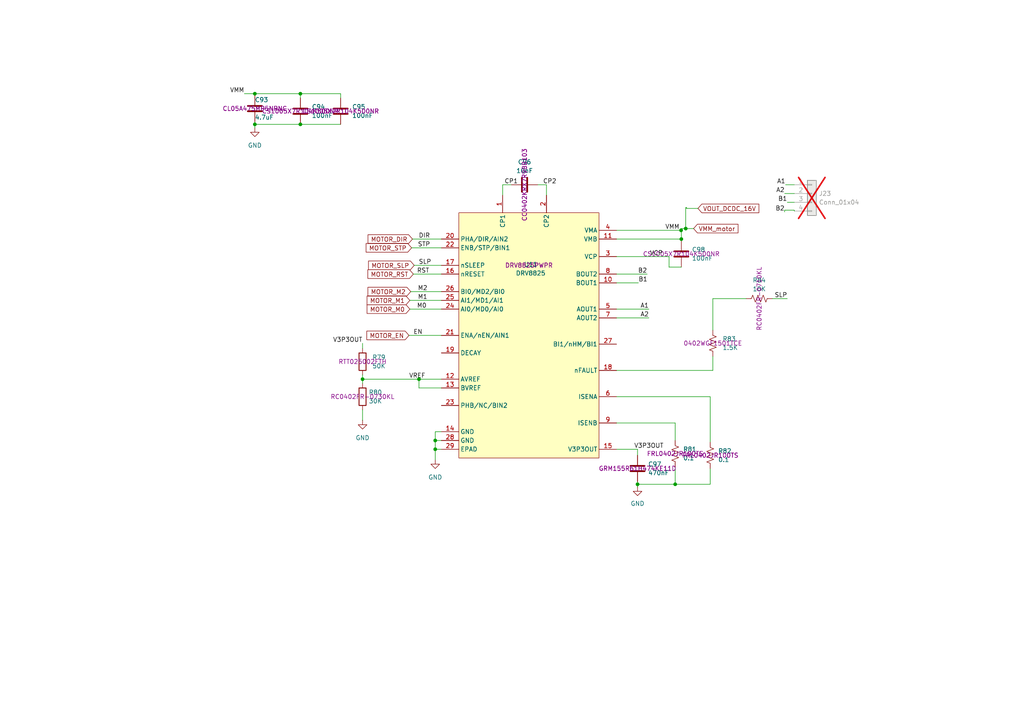
<source format=kicad_sch>
(kicad_sch (version 20250114) (generator "eeschema") (generator_version "9.0")
  (paper "A4")
  (lib_symbols
    (symbol "Connector_Generic:Conn_01x04" (pin_names (offset 1.016) (hide yes))
      (property "Reference" "J" (at 0 5.08 0))
      (property "Value" "Conn_01x04" (at 0 -7.62 0))
      (symbol "Conn_01x04_1_1"
        (rectangle (start -1.27 3.81) (end 1.27 -6.35) (stroke (width 0.254)) (fill (type background)))
        (rectangle (start -1.27 2.667) (end 0 2.413) (stroke (width 0.1524)))
        (rectangle (start -1.27 0.127) (end 0 -0.127) (stroke (width 0.1524)))
        (rectangle (start -1.27 -2.413) (end 0 -2.667) (stroke (width 0.1524)))
        (rectangle (start -1.27 -4.953) (end 0 -5.207) (stroke (width 0.1524)))
        (pin passive line (at -5.08 2.54 0) (length 3.81) (name "Pin_1") (number "1"))
        (pin passive line (at -5.08 0 0) (length 3.81) (name "Pin_2") (number "2"))
        (pin passive line (at -5.08 -2.54 0) (length 3.81) (name "Pin_3") (number "3"))
        (pin passive line (at -5.08 -5.08 0) (length 3.81) (name "Pin_4") (number "4"))
      )
    )
    (symbol "Device:C" (pin_numbers (hide yes)) (pin_names (offset 0.254))
      (property "Reference" "C" (at 0.635 2.54 0))
      (property "Value" "C" (at 0.635 -2.54 0))
      (symbol "C_0_1"
        (polyline (pts (xy -2.032 0.762) (xy 2.032 0.762)) (stroke (width 0.508)))
        (polyline (pts (xy -2.032 -0.762) (xy 2.032 -0.762)) (stroke (width 0.508)))
      )
      (symbol "C_1_1"
        (pin passive line (at 0 3.81 270) (length 2.794) (name "~") (number "1"))
        (pin passive line (at 0 -3.81 90) (length 2.794) (name "~") (number "2"))
      )
    )
    (symbol "Device:R" (pin_numbers (hide yes)) (pin_names (offset 0))
      (property "Reference" "R" (at 2.032 0 90))
      (property "Value" "R" (at 0 0 90))
      (symbol "R_0_1"
        (rectangle (start -1.016 -2.54) (end 1.016 2.54) (stroke (width 0.254)))
      )
      (symbol "R_1_1"
        (pin passive line (at 0 3.81 270) (length 1.27) (name "~") (number "1"))
        (pin passive line (at 0 -3.81 90) (length 1.27) (name "~") (number "2"))
      )
    )
    (symbol "Device:R_US" (pin_numbers (hide yes)) (pin_names (offset 0))
      (property "Reference" "R" (at 2.54 0 90))
      (property "Value" "R_US" (at -2.54 0 90))
      (symbol "R_US_0_1"
        (polyline (pts (xy 0 2.286) (xy 0 2.54)))
        (polyline (pts (xy 0 2.286) (xy 1.016 1.905) (xy 0 1.524) (xy -1.016 1.143) (xy 0 0.762)))
        (polyline (pts (xy 0 0.762) (xy 1.016 0.381) (xy 0 0) (xy -1.016 -0.381) (xy 0 -0.762)))
        (polyline (pts (xy 0 -0.762) (xy 1.016 -1.143) (xy 0 -1.524) (xy -1.016 -1.905) (xy 0 -2.286)))
        (polyline (pts (xy 0 -2.286) (xy 0 -2.54)))
      )
      (symbol "R_US_1_1"
        (pin passive line (at 0 3.81 270) (length 1.27) (name "~") (number "1"))
        (pin passive line (at 0 -3.81 90) (length 1.27) (name "~") (number "2"))
      )
    )
    (symbol "power:GND" (power) (pin_numbers (hide yes)) (pin_names (offset 0) (hide yes))
      (property "Value" "GND" (at 0 -3.81 0))
      (symbol "GND_0_1"
        (polyline (pts (xy 0 0) (xy 0 -1.27) (xy 1.27 -1.27) (xy 0 -2.54) (xy -1.27 -1.27) (xy 0 -1.27)))
      )
      (symbol "GND_1_1"
        (pin power_in line (at 0 0 270) (length 0) (name "~") (number "1"))
      )
    )
    (symbol "qiot:DRV8825"
      (property "Reference" "U?" (at 0 0 0))
      (property "Value" "DRV8825" (at 0 -2.54 0))
      (symbol "DRV8825_1_1"
        (rectangle (start -20.32 15.24) (end 20.32 -55.88) (fill (type background)))
        (pin input line (at -25.4 7.62 0) (length 5) (name "PHA/DIR/AIN2") (number "20"))
        (pin input line (at -25.4 5.08 0) (length 5) (name "ENB/STP/BIN1") (number "22"))
        (pin input line (at -25.4 0 0) (length 5) (name "nSLEEP") (number "17"))
        (pin input line (at -25.4 -2.54 0) (length 5) (name "nRESET") (number "16"))
        (pin input line (at -25.4 -7.62 0) (length 5) (name "BI0/MD2/BI0") (number "26"))
        (pin input line (at -25.4 -10.16 0) (length 5) (name "AI1/MD1/AI1") (number "25"))
        (pin input line (at -25.4 -12.7 0) (length 5) (name "AI0/MD0/AI0") (number "24"))
        (pin input line (at -25.4 -20.32 0) (length 5) (name "ENA/nEN/AIN1") (number "21"))
        (pin input line (at -25.4 -25.4 0) (length 5) (name "DECAY") (number "19"))
        (pin input line (at -25.4 -33.02 0) (length 5) (name "AVREF") (number "12"))
        (pin input line (at -25.4 -35.56 0) (length 5) (name "BVREF") (number "13"))
        (pin input line (at -25.4 -40.64 0) (length 5) (name "PHB/NC/BIN2") (number "23"))
        (pin input line (at -25.4 -48.26 0) (length 5) (name "GND") (number "14"))
        (pin input line (at -25.4 -50.8 0) (length 5) (name "GND") (number "28"))
        (pin input line (at -25.4 -53.34 0) (length 5) (name "EPAD") (number "29"))
        (pin input line (at -7.62 20.32 270) (length 5) (name "CP1") (number "1"))
        (pin input line (at 5.08 20.32 270) (length 5) (name "CP2") (number "2"))
        (pin input line (at 25.4 10.16 180) (length 5) (name "VMA") (number "4"))
        (pin input line (at 25.4 7.62 180) (length 5) (name "VMB") (number "11"))
        (pin input line (at 25.4 2.54 180) (length 5) (name "VCP") (number "3"))
        (pin input line (at 25.4 -2.54 180) (length 5) (name "BOUT2") (number "8"))
        (pin input line (at 25.4 -5.08 180) (length 5) (name "BOUT1") (number "10"))
        (pin input line (at 25.4 -12.7 180) (length 5) (name "AOUT1") (number "5"))
        (pin input line (at 25.4 -15.24 180) (length 5) (name "AOUT2") (number "7"))
        (pin input line (at 25.4 -22.86 180) (length 5) (name "BI1/nHM/BI1") (number "27"))
        (pin input line (at 25.4 -30.48 180) (length 5) (name "nFAULT") (number "18"))
        (pin input line (at 25.4 -38.1 180) (length 5) (name "ISENA") (number "6"))
        (pin input line (at 25.4 -45.72 180) (length 5) (name "ISENB") (number "9"))
        (pin input line (at 25.4 -53.34 180) (length 5) (name "V3P3OUT") (number "15"))
      )
    )
  )
  (junction (at 197.612 69.342))
  (junction (at 73.914 36.068))
  (junction (at 126.238 127.762))
  (junction (at 105.156 109.982))
  (junction (at 121.5209 109.982))
  (junction (at 87.122 36.068))
  (junction (at 126.238 130.302))
  (junction (at 195.834 140.462))
  (junction (at 73.914 27.178))
  (junction (at 197.5368 66.802))
  (junction (at 184.912 140.462))
  (junction (at 87.122 27.178))
  (junction (at 198.882 66.294))
  (wire (pts (xy 205.994 140.462) (xy 195.834 140.462)))
  (wire (pts (xy 118.618 97.282) (xy 128.016 97.282)))
  (wire (pts (xy 197.5368 66.802) (xy 197.612 66.802)))
  (wire (pts (xy 105.156 99.568) (xy 105.156 101.092)))
  (wire (pts (xy 126.238 130.302) (xy 126.238 133.35)))
  (wire (pts (xy 198.882 66.294) (xy 198.882 60.198)))
  (wire (pts (xy 194.056 77.47) (xy 197.612 77.47)))
  (wire (pts (xy 178.816 79.502) (xy 187.706 79.502)))
  (wire (pts (xy 227.584 56.134) (xy 230.378 56.134)))
  (wire (pts (xy 98.806 28.448) (xy 98.806 27.178)))
  (wire (pts (xy 227.584 61.468) (xy 227.584 60.96)))
  (wire (pts (xy 227.584 60.96) (xy 230.378 60.96)))
  (wire (pts (xy 87.122 36.068) (xy 98.806 36.068)))
  (wire (pts (xy 126.238 127.762) (xy 128.016 127.762)))
  (wire (pts (xy 105.156 109.982) (xy 105.156 108.712)))
  (wire (pts (xy 178.816 92.202) (xy 188.214 92.202)))
  (wire (pts (xy 195.834 127.762) (xy 195.834 122.682)))
  (wire (pts (xy 87.122 27.178) (xy 73.914 27.178)))
  (wire (pts (xy 205.994 115.062) (xy 178.816 115.062)))
  (wire (pts (xy 119.634 69.342) (xy 128.016 69.342)))
  (wire (pts (xy 195.834 122.682) (xy 178.816 122.682)))
  (wire (pts (xy 126.238 125.222) (xy 126.238 127.762)))
  (wire (pts (xy 197.5368 66.294) (xy 197.5368 66.802)))
  (wire (pts (xy 119.38 71.882) (xy 128.016 71.882)))
  (wire (pts (xy 118.872 89.662) (xy 128.016 89.662)))
  (wire (pts (xy 230.378 60.96) (xy 230.378 61.214)))
  (wire (pts (xy 73.914 27.178) (xy 70.866 27.178)))
  (wire (pts (xy 121.5209 109.982) (xy 128.016 109.982)))
  (wire (pts (xy 73.914 35.306) (xy 73.914 36.068)))
  (wire (pts (xy 199.136 60.198) (xy 199.136 60.452)))
  (wire (pts (xy 178.816 130.302) (xy 184.912 130.302)))
  (wire (pts (xy 178.816 66.802) (xy 197.5368 66.802)))
  (wire (pts (xy 178.816 74.422) (xy 194.056 74.422)))
  (wire (pts (xy 197.612 69.342) (xy 197.612 69.85)))
  (wire (pts (xy 158.496 53.594) (xy 158.496 56.642)))
  (wire (pts (xy 198.882 60.198) (xy 199.136 60.198)))
  (wire (pts (xy 224.028 86.614) (xy 228.346 86.614)))
  (wire (pts (xy 118.872 87.122) (xy 128.016 87.122)))
  (wire (pts (xy 206.756 107.442) (xy 206.756 103.378)))
  (wire (pts (xy 105.156 118.872) (xy 105.156 121.92)))
  (wire (pts (xy 195.834 140.462) (xy 184.912 140.462)))
  (wire (pts (xy 194.056 74.422) (xy 194.056 77.47)))
  (wire (pts (xy 98.806 27.178) (xy 87.122 27.178)))
  (wire (pts (xy 198.882 66.294) (xy 197.5368 66.294)))
  (wire (pts (xy 199.136 60.452) (xy 202.438 60.452)))
  (wire (pts (xy 205.994 128.27) (xy 205.994 115.062)))
  (wire (pts (xy 119.888 79.502) (xy 128.016 79.502)))
  (wire (pts (xy 87.122 28.448) (xy 87.122 27.178)))
  (wire (pts (xy 184.912 130.302) (xy 184.912 132.08)))
  (wire (pts (xy 184.912 140.462) (xy 184.912 141.224)))
  (wire (pts (xy 73.914 36.068) (xy 73.914 37.084)))
  (wire (pts (xy 87.122 36.068) (xy 73.914 36.068)))
  (wire (pts (xy 145.796 53.594) (xy 145.796 56.642)))
  (wire (pts (xy 184.912 139.7) (xy 184.912 140.462)))
  (wire (pts (xy 227.838 53.594) (xy 230.378 53.594)))
  (wire (pts (xy 201.168 66.294) (xy 198.882 66.294)))
  (wire (pts (xy 121.5209 112.522) (xy 121.5209 109.982)))
  (wire (pts (xy 105.156 109.982) (xy 121.5209 109.982)))
  (wire (pts (xy 126.238 130.302) (xy 128.016 130.302)))
  (wire (pts (xy 228.346 58.674) (xy 230.378 58.674)))
  (wire (pts (xy 105.156 109.982) (xy 105.156 111.252)))
  (wire (pts (xy 197.612 66.802) (xy 197.612 69.342)))
  (wire (pts (xy 155.956 53.594) (xy 158.496 53.594)))
  (wire (pts (xy 73.914 27.686) (xy 73.914 27.178)))
  (wire (pts (xy 126.238 127.762) (xy 126.238 130.302)))
  (wire (pts (xy 148.336 53.594) (xy 145.796 53.594)))
  (wire (pts (xy 128.016 125.222) (xy 126.238 125.222)))
  (wire (pts (xy 178.816 89.662) (xy 188.214 89.662)))
  (wire (pts (xy 178.816 107.442) (xy 206.756 107.442)))
  (wire (pts (xy 119.126 84.582) (xy 128.016 84.582)))
  (wire (pts (xy 206.756 86.614) (xy 206.756 95.758)))
  (wire (pts (xy 216.408 86.614) (xy 206.756 86.614)))
  (wire (pts (xy 185.166 82.042) (xy 178.816 82.042)))
  (wire (pts (xy 128.016 112.522) (xy 121.5209 112.522)))
  (wire (pts (xy 195.834 135.382) (xy 195.834 140.462)))
  (wire (pts (xy 120.142 76.962) (xy 128.016 76.962)))
  (wire (pts (xy 178.816 69.342) (xy 197.612 69.342)))
  (wire (pts (xy 205.994 135.89) (xy 205.994 140.462)))
  (label "V3P3OUT" (at 105.156 99.568 180))
  (label "VREF" (at 118.618 109.982 0))
  (label "CP2" (at 157.48 53.594 0))
  (label "VMM" (at 70.866 27.178 180))
  (label "A1" (at 188.214 89.662 180))
  (label "A2" (at 188.214 92.202 180))
  (label "SLP" (at 121.412 76.962 0))
  (label "VCP" (at 188.4569 74.422 0))
  (label "RST" (at 120.904 79.502 0))
  (label "DIR" (at 121.412 69.342 0))
  (label "STP" (at 121.158 71.882 0))
  (label "VMM" (at 197.104 66.802 180))
  (label "CP1" (at 146.304 53.594 0))
  (label "EN" (at 119.888 97.282 0))
  (label "A2" (at 227.584 56.134 180))
  (label "B2" (at 187.706 79.502 180))
  (label "B1" (at 228.346 58.674 180))
  (label "SLP" (at 228.346 86.614 180))
  (label "M0" (at 120.904 89.662 0))
  (label "B1" (at 185.166 82.042 0))
  (label "B2" (at 227.584 61.468 180))
  (label "M2" (at 121.158 84.582 0))
  (label "A1" (at 227.838 53.594 180))
  (label "V3P3OUT" (at 183.896 130.302 0))
  (label "M1" (at 121.158 87.122 0))
  (global_label "MOTOR_M0" (shape input) (at 118.872 89.662 180) (property "Intersheetrefs" "${INTERSHEET_REFS}" (effects (hide yes))))
  (global_label "MOTOR_DIR" (shape input) (at 119.634 69.342 180) (property "Intersheetrefs" "${INTERSHEET_REFS}" (effects (hide yes))))
  (global_label "MOTOR_EN" (shape input) (at 118.618 97.282 180) (property "Intersheetrefs" "${INTERSHEET_REFS}" (effects (hide yes))))
  (global_label "MOTOR_STP" (shape input) (at 119.38 71.882 180) (property "Intersheetrefs" "${INTERSHEET_REFS}" (effects (hide yes))))
  (global_label "VMM_motor" (shape input) (at 201.168 66.294 0) (property "Intersheetrefs" "${INTERSHEET_REFS}" (effects (hide yes))))
  (global_label "VOUT_DCDC_16V" (shape input) (at 202.438 60.452 0) (property "Intersheetrefs" "${INTERSHEET_REFS}" (effects (hide yes))))
  (global_label "MOTOR_M1" (shape input) (at 118.872 87.122 180) (property "Intersheetrefs" "${INTERSHEET_REFS}" (effects (hide yes))))
  (global_label "MOTOR_RST" (shape input) (at 119.888 79.502 180) (property "Intersheetrefs" "${INTERSHEET_REFS}" (effects (hide yes))))
  (global_label "MOTOR_M2" (shape input) (at 119.126 84.582 180) (property "Intersheetrefs" "${INTERSHEET_REFS}" (effects (hide yes))))
  (global_label "MOTOR_SLP" (shape input) (at 120.142 76.962 180) (property "Intersheetrefs" "${INTERSHEET_REFS}" (effects (hide yes))))
  (symbol (lib_id "power:GND") (at 126.238 133.35 0) (unit 1)
    (property "Reference" "#PWR0122" (effects (hide yes)))
    (property "Value" "GND" (at 126.238 138.43 0))
    (property "Description" "Power symbol creates a global label with name \"GND\" , ground" (effects (hide yes)))
  )
  (symbol (lib_id "Device:R_US") (at 205.994 132.08 0) (unit 1)
    (property "Reference" "R82" (at 208.28 130.8099 0) (effects (justify left)))
    (property "Value" "0.1" (at 208.28 133.3499 0) (effects (justify left)))
    (property "Footprint" "Resistor_SMD:R_0402_1005Metric" (effects (hide yes)))
    (property "Description" "Resistor, US symbol" (effects (hide yes)))
    (property "Manufacturer_Part_Number" "FRL0402JR100TS" (at 205.994 132.08 0))
  )
  (symbol (lib_id "Device:R") (at 105.156 115.062 0) (unit 1)
    (property "Reference" "R80" (at 106.934 113.7919 0) (effects (justify left)))
    (property "Value" "30K" (at 106.934 116.3319 0) (effects (justify left)))
    (property "Footprint" "Resistor_SMD:R_0402_1005Metric" (effects (hide yes)))
    (property "Description" "Resistor" (effects (hide yes)))
    (property "Manufacturer_Part_Number" "RC0402FR-0730KL" (at 105.156 115.062 0))
  )
  (symbol (lib_id "power:GND") (at 105.156 121.92 0) (unit 1)
    (property "Reference" "#PWR0121" (effects (hide yes)))
    (property "Value" "GND" (at 105.156 127 0))
    (property "Description" "Power symbol creates a global label with name \"GND\" , ground" (effects (hide yes)))
  )
  (symbol (lib_id "Device:C") (at 184.912 135.89 0) (unit 1)
    (property "Reference" "C97" (at 187.96 134.6199 0) (effects (justify left)))
    (property "Value" "470nF" (at 187.96 137.1599 0) (effects (justify left)))
    (property "Footprint" "Capacitor_SMD:C_0402_1005Metric" (effects (hide yes)))
    (property "Description" "Unpolarized capacitor" (effects (hide yes)))
    (property "Manufacturer_Part_Number" "GRM155R61H474KE11D" (at 184.912 135.89 0))
  )
  (symbol (lib_id "Device:C") (at 197.612 73.66 0) (unit 1)
    (property "Reference" "C98" (at 200.66 72.3899 0) (effects (justify left)))
    (property "Value" "100nF" (at 200.66 74.9299 0) (effects (justify left)))
    (property "Footprint" "Capacitor_SMD:C_0402_1005Metric" (effects (hide yes)))
    (property "Description" "Unpolarized capacitor" (effects (hide yes)))
    (property "Manufacturer_Part_Number" "CS1005X7R104K500NR" (at 197.612 73.66 0))
  )
  (symbol (lib_id "Device:C") (at 87.122 32.258 0) (unit 1)
    (property "Reference" "C94" (at 90.424 30.9879 0) (effects (justify left)))
    (property "Value" "100nF" (at 90.424 33.5279 0) (effects (justify left)))
    (property "Footprint" "Capacitor_SMD:C_0402_1005Metric" (effects (hide yes)))
    (property "Description" "Unpolarized capacitor" (effects (hide yes)))
    (property "Manufacturer_Part_Number" "CS1005X7R104K500NR" (at 87.122 32.258 0))
  )
  (symbol (lib_id "Device:R_US") (at 220.218 86.614 90) (unit 1)
    (property "Reference" "R84" (at 220.218 81.28 90))
    (property "Value" "10K" (at 220.218 83.82 90))
    (property "Footprint" "Resistor_SMD:R_0402_1005Metric" (effects (hide yes)))
    (property "Description" "Resistor, US symbol" (effects (hide yes)))
    (property "Manufacturer_Part_Number" "RC0402FR-0710KL" (at 220.218 86.614 0))
  )
  (symbol (lib_id "qiot:DRV8825") (at 153.416 76.962 0) (unit 1)
    (property "Reference" "U11" (at 153.924 76.708 0))
    (property "Value" "DRV8825" (at 153.924 79.248 0))
    (property "Footprint" "footprints:PWP28_5P18X3P1" (effects (hide yes)))
    (property "Manufacturer_Part_Number" "DRV8825PWPR" (at 153.416 76.962 0))
  )
  (symbol (lib_id "Device:C") (at 152.146 53.594 90) (unit 1)
    (property "Reference" "C96" (at 152.146 46.99 90))
    (property "Value" "10nF" (at 152.146 49.53 90))
    (property "Footprint" "Capacitor_SMD:C_0402_1005Metric" (effects (hide yes)))
    (property "Description" "Unpolarized capacitor" (effects (hide yes)))
    (property "Manufacturer_Part_Number" "CC0402KRX7R9BB103" (at 152.146 53.594 0))
  )
  (symbol (lib_id "Device:R_US") (at 195.834 131.572 0) (unit 1)
    (property "Reference" "R81" (at 198.12 130.3019 0) (effects (justify left)))
    (property "Value" "0.1" (at 198.12 132.8419 0) (effects (justify left)))
    (property "Footprint" "Resistor_SMD:R_0402_1005Metric" (effects (hide yes)))
    (property "Description" "Resistor, US symbol" (effects (hide yes)))
    (property "Manufacturer_Part_Number" "FRL0402JR100TS" (at 195.834 131.572 0))
  )
  (symbol (lib_id "Device:R") (at 105.156 104.902 0) (unit 1)
    (property "Reference" "R79" (at 107.95 103.6319 0) (effects (justify left)))
    (property "Value" "50K" (at 107.95 106.1719 0) (effects (justify left)))
    (property "Footprint" "Resistor_SMD:R_0402_1005Metric" (effects (hide yes)))
    (property "Description" "Resistor" (effects (hide yes)))
    (property "Manufacturer_Part_Number" "RTT025002FTH" (at 105.156 104.902 0))
  )
  (symbol (lib_id "Device:C") (at 73.914 31.496 0) (unit 1)
    (property "Reference" "C93" (at 73.914 28.956 0) (effects (justify left)))
    (property "Value" "4.7uF" (at 73.914 34.036 0) (effects (justify left)))
    (property "Footprint" "Capacitor_SMD:C_0402_1005Metric" (effects (hide yes)))
    (property "Description" "Unpolarized capacitor" (effects (hide yes)))
    (property "Manufacturer_Part_Number" "CL05A475MP5NRNC" (at 73.914 31.496 0))
  )
  (symbol (lib_id "Device:C") (at 98.806 32.258 0) (unit 1)
    (property "Reference" "C95" (at 102.108 30.9879 0) (effects (justify left)))
    (property "Value" "100nF" (at 102.108 33.5279 0) (effects (justify left)))
    (property "Footprint" "Capacitor_SMD:C_0402_1005Metric" (effects (hide yes)))
    (property "Description" "Unpolarized capacitor" (effects (hide yes)))
    (property "Manufacturer_Part_Number" "CS1005X7R104K500NR" (at 98.806 32.258 0))
  )
  (symbol (lib_id "Connector_Generic:Conn_01x04") (at 235.458 56.134 0) (unit 1) (dnp yes)
    (property "Reference" "J23" (at 237.49 56.1339 0) (effects (justify left)))
    (property "Value" "Conn_01x04" (at 237.49 58.6739 0) (effects (justify left)))
    (property "Footprint" "Connector_PinSocket_2.54mm:PinSocket_1x04_P2.54mm_Vertical" (effects (hide yes)))
    (property "Description" "Generic connector, single row, 01x04, script generated (kicad-library-utils/schlib/autogen/connector/)" (effects (hide yes)))
  )
  (symbol (lib_id "power:GND") (at 184.912 141.224 0) (unit 1)
    (property "Reference" "#PWR0123" (effects (hide yes)))
    (property "Value" "GND" (at 184.912 146.05 0))
    (property "Description" "Power symbol creates a global label with name \"GND\" , ground" (effects (hide yes)))
  )
  (symbol (lib_id "Device:R_US") (at 206.756 99.568 0) (unit 1)
    (property "Reference" "R83" (at 209.55 98.2979 0) (effects (justify left)))
    (property "Value" "1.5K" (at 209.55 100.8379 0) (effects (justify left)))
    (property "Footprint" "Resistor_SMD:R_0402_1005Metric" (effects (hide yes)))
    (property "Description" "Resistor, US symbol" (effects (hide yes)))
    (property "Manufacturer_Part_Number" "0402WGF1501TCE" (at 206.756 99.568 0))
  )
  (symbol (lib_id "power:GND") (at 73.914 37.084 0) (unit 1)
    (property "Reference" "#PWR0120" (effects (hide yes)))
    (property "Value" "GND" (at 73.914 42.164 0))
    (property "Description" "Power symbol creates a global label with name \"GND\" , ground" (effects (hide yes)))
  )
)
</source>
